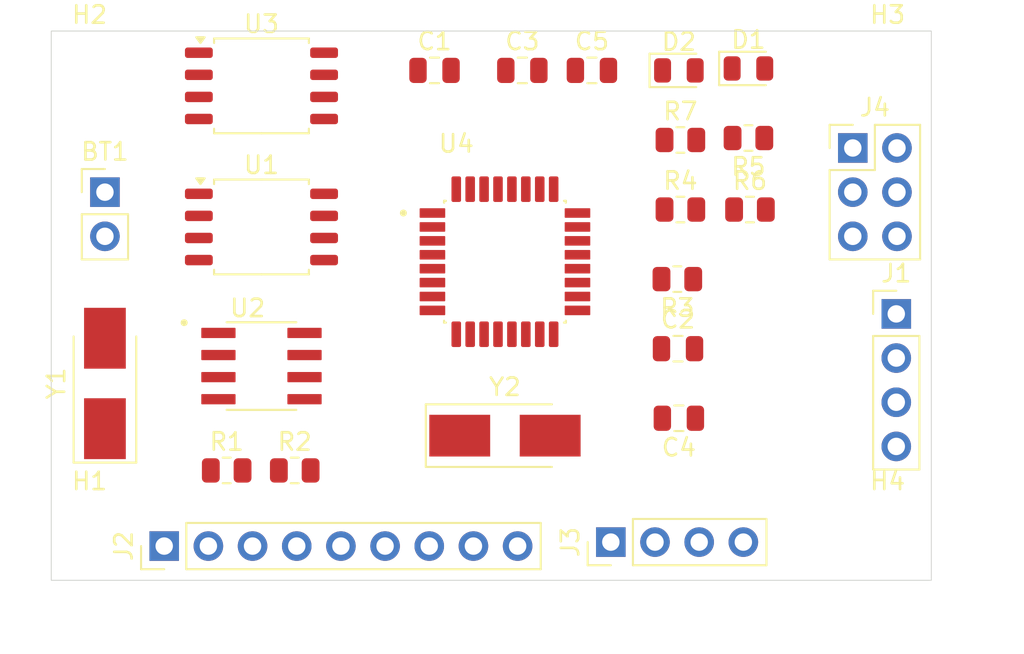
<source format=kicad_pcb>
(kicad_pcb (version 20240108) (generator "pcbnew") (generator_version "8.0")
  (title_block (date "2024-05-11"))
  (layers (0 "F.Cu" mixed) (31 "B.Cu" mixed) (34 "B.Paste" user) (35 "F.Paste" user) (36 "B.SilkS" user "B.Silkscreen") (37 "F.SilkS" user "F.Silkscreen") (38 "B.Mask" user) (39 "F.Mask" user) (44 "Edge.Cuts" user))
  (property "project" "MCU Data logger with memory and clock")
  (net 0 "")
  (net 1 "GND")
  (net 2 "Net-(BT1-+)")
  (net 3 "/VCC")
  (net 4 "Net-(U4-PB6)")
  (net 5 "Net-(U4-PB7)")
  (net 6 "Net-(U4-AREF)")
  (net 7 "/SCK")
  (net 8 "Net-(D1-K)")
  (net 9 "Net-(D2-K)")
  (net 10 "/SDA")
  (net 11 "/RX")
  (net 12 "/TX")
  (net 13 "/D3")
  (net 14 "/D5")
  (net 15 "/D4")
  (net 16 "/D7")
  (net 17 "/D6")
  (net 18 "/D2")
  (net 19 "/D8")
  (net 20 "/RESET")
  (net 21 "/MOSI")
  (net 22 "/MISO")
  (net 23 "Net-(U2-~{INTA})")
  (net 24 "Net-(U2-SQW{slash}~INT)")
  (net 25 "Net-(U2-X2)")
  (net 26 "Net-(U2-X1)")
  (footprint "Crystal:Crystal_SMD_5032-2Pin_5.0x3.2mm_HandSoldering" (layer "F.Cu") (at 82 73)
    (property "Reference" "Y2" (at 0 -2.8 0) (layer "F.SilkS"))
    (property "Value" "16 MHz")
    (fp_line (start -4.55 -1.8) (end -4.55 1.8) (stroke (width 0.12)) (layer "F.SilkS"))
    (fp_line (start -4.55 1.8) (end 2.7 1.8) (stroke (width 0.12)) (layer "F.SilkS"))
    (fp_line (start 2.7 -1.8) (end -4.55 -1.8) (stroke (width 0.12)) (layer "F.SilkS"))
    (pad "1" smd rect (at -2.6 0) (size 3.5 2.4) (layers "F.Cu" "F.Paste" "F.Mask") (net 5 "Net-(U4-PB7)"))
    (pad "2" smd rect (at 2.6 0) (size 3.5 2.4) (layers "F.Cu" "F.Paste" "F.Mask") (net 4 "Net-(U4-PB6)"))
  )
  (footprint "Connector_PinHeader_2.54mm:PinHeader_1x04_P2.54mm_Vertical" (layer "F.Cu") (at 104.5 66)
    (property "Reference" "J1" (at 0 -2.33 360) (layer "F.SilkS"))
    (property "Value" "Conn_01x04_Pin")
    (fp_line (start -1.33 -1.33) (end 0 -1.33) (stroke (width 0.12)) (layer "F.SilkS"))
    (fp_line (start -1.33 0) (end -1.33 -1.33) (stroke (width 0.12)) (layer "F.SilkS"))
    (fp_line (start -1.33 1.27) (end -1.33 8.95) (stroke (width 0.12)) (layer "F.SilkS"))
    (fp_line (start -1.33 1.27) (end 1.33 1.27) (stroke (width 0.12)) (layer "F.SilkS"))
    (fp_line (start -1.33 8.95) (end 1.33 8.95) (stroke (width 0.12)) (layer "F.SilkS"))
    (fp_line (start 1.33 1.27) (end 1.33 8.95) (stroke (width 0.12)) (layer "F.SilkS"))
    (pad "1" thru_hole rect (at 0 0) (size 1.7 1.7) (drill 1) (layers "*.Cu" "*.Mask") (net 1 "GND"))
    (pad "2" thru_hole oval (at 0 2.54) (size 1.7 1.7) (drill 1) (layers "*.Cu" "*.Mask") (net 3 "/VCC"))
    (pad "3" thru_hole oval (at 0 5.08) (size 1.7 1.7) (drill 1) (layers "*.Cu" "*.Mask") (net 10 "/SDA"))
    (pad "4" thru_hole oval (at 0 7.62) (size 1.7 1.7) (drill 1) (layers "*.Cu" "*.Mask") (net 7 "/SCK"))
  )
  (footprint "Connector_PinHeader_2.54mm:PinHeader_2x03_P2.54mm_Vertical" (layer "F.Cu") (at 102 56.46)
    (property "Reference" "J4" (at 1.27 -2.33 0) (layer "F.SilkS"))
    (property "Value" "Conn_02x03_Odd_Even")
    (fp_line (start -1.33 -1.33) (end 0 -1.33) (stroke (width 0.12)) (layer "F.SilkS"))
    (fp_line (start -1.33 0) (end -1.33 -1.33) (stroke (width 0.12)) (layer "F.SilkS"))
    (fp_line (start -1.33 1.27) (end -1.33 6.41) (stroke (width 0.12)) (layer "F.SilkS"))
    (fp_line (start -1.33 1.27) (end 1.27 1.27) (stroke (width 0.12)) (layer "F.SilkS"))
    (fp_line (start -1.33 6.41) (end 3.87 6.41) (stroke (width 0.12)) (layer "F.SilkS"))
    (fp_line (start 1.27 -1.33) (end 3.87 -1.33) (stroke (width 0.12)) (layer "F.SilkS"))
    (fp_line (start 1.27 1.27) (end 1.27 -1.33) (stroke (width 0.12)) (layer "F.SilkS"))
    (fp_line (start 3.87 -1.33) (end 3.87 6.41) (stroke (width 0.12)) (layer "F.SilkS"))
    (pad "1" thru_hole rect (at 0 0) (size 1.7 1.7) (drill 1) (layers "*.Cu" "*.Mask") (net 22 "/MISO"))
    (pad "2" thru_hole oval (at 2.54 0) (size 1.7 1.7) (drill 1) (layers "*.Cu" "*.Mask") (net 3 "/VCC"))
    (pad "3" thru_hole oval (at 0 2.54) (size 1.7 1.7) (drill 1) (layers "*.Cu" "*.Mask") (net 7 "/SCK"))
    (pad "4" thru_hole oval (at 2.54 2.54) (size 1.7 1.7) (drill 1) (layers "*.Cu" "*.Mask") (net 21 "/MOSI"))
    (pad "5" thru_hole oval (at 0 5.08) (size 1.7 1.7) (drill 1) (layers "*.Cu" "*.Mask") (net 20 "/RESET"))
    (pad "6" thru_hole oval (at 2.54 5.08) (size 1.7 1.7) (drill 1) (layers "*.Cu" "*.Mask") (net 1 "GND"))
  )
  (footprint "Package_SO:SOIC-8_5.23x5.23mm_P1.27mm" (layer "F.Cu") (at 68 61)
    (property "Reference" "U1" (at 0 -3.56 0) (layer "F.SilkS"))
    (property "Value" "24LC1025")
    (fp_line (start -2.725 -2.725) (end -2.725 -2.465) (stroke (width 0.12)) (layer "F.SilkS"))
    (fp_line (start -2.725 2.725) (end -2.725 2.465) (stroke (width 0.12)) (layer "F.SilkS"))
    (fp_line (start 0 -2.725) (end -2.725 -2.725) (stroke (width 0.12)) (layer "F.SilkS"))
    (fp_line (start 0 -2.725) (end 2.725 -2.725) (stroke (width 0.12)) (layer "F.SilkS"))
    (fp_line (start 0 2.725) (end -2.725 2.725) (stroke (width 0.12)) (layer "F.SilkS"))
    (fp_line (start 0 2.725) (end 2.725 2.725) (stroke (width 0.12)) (layer "F.SilkS"))
    (fp_line (start 2.725 -2.725) (end 2.725 -2.465) (stroke (width 0.12)) (layer "F.SilkS"))
    (fp_line (start 2.725 2.725) (end 2.725 2.465) (stroke (width 0.12)) (layer "F.SilkS"))
    (fp_poly (pts (xy -3.5075 -2.465) (xy -3.7475 -2.795) (xy -3.2675 -2.795) (xy -3.5075 -2.465)) (stroke (width 0.12)) (fill solid) (layer "F.SilkS"))
    (pad "1" smd roundrect (at -3.6 -1.905) (size 1.6 0.6) (layers "F.Cu" "F.Paste" "F.Mask") (net 3 "/VCC"))
    (pad "2" smd roundrect (at -3.6 -0.635) (size 1.6 0.6) (layers "F.Cu" "F.Paste" "F.Mask") (net 3 "/VCC"))
    (pad "3" smd roundrect (at -3.6 0.635) (size 1.6 0.6) (layers "F.Cu" "F.Paste" "F.Mask") (net 3 "/VCC"))
    (pad "4" smd roundrect (at -3.6 1.905) (size 1.6 0.6) (layers "F.Cu" "F.Paste" "F.Mask") (net 1 "GND"))
    (pad "5" smd roundrect (at 3.6 1.905) (size 1.6 0.6) (layers "F.Cu" "F.Paste" "F.Mask") (net 10 "/SDA"))
    (pad "6" smd roundrect (at 3.6 0.635) (size 1.6 0.6) (layers "F.Cu" "F.Paste" "F.Mask") (net 7 "/SCK"))
    (pad "7" smd roundrect (at 3.6 -0.635) (size 1.6 0.6) (layers "F.Cu" "F.Paste" "F.Mask") (net 1 "GND"))
    (pad "8" smd roundrect (at 3.6 -1.905) (size 1.6 0.6) (layers "F.Cu" "F.Paste" "F.Mask") (net 3 "/VCC"))
  )
  (footprint "Capacitor_SMD:C_0805_2012Metric" (layer "F.Cu") (at 87 52)
    (property "Reference" "C5" (at 0 -1.68 0) (layer "F.SilkS"))
    (property "Value" "100nF")
    (fp_line (start -0.261252 -0.735) (end 0.261252 -0.735) (stroke (width 0.12)) (layer "F.SilkS"))
    (fp_line (start -0.261252 0.735) (end 0.261252 0.735) (stroke (width 0.12)) (layer "F.SilkS"))
    (pad "1" smd roundrect (at -0.95 0) (size 1 1.45) (layers "F.Cu" "F.Paste" "F.Mask") (net 2 "Net-(BT1-+)"))
    (pad "2" smd roundrect (at 0.95 0) (size 1 1.45) (layers "F.Cu" "F.Paste" "F.Mask") (net 1 "GND"))
  )
  (footprint "customfootprints:QFP80P900X900X120-32N" (layer "F.Cu") (at 82 63)
    (property "Reference" "U4" (at -2.795 -6.79 0) (layer "F.SilkS"))
    (property "Value" "ATMEGA328P-AU")
    (fp_line (start -3.5 -3.5) (end -3.5 -3.395) (stroke (width 0.127)) (layer "F.SilkS"))
    (fp_line (start -3.5 -3.5) (end -3.395 -3.5) (stroke (width 0.127)) (layer "F.SilkS"))
    (fp_line (start -3.5 3.5) (end -3.5 3.395) (stroke (width 0.127)) (layer "F.SilkS"))
    (fp_line (start -3.5 3.5) (end -3.395 3.5) (stroke (width 0.127)) (layer "F.SilkS"))
    (fp_line (start 3.5 -3.5) (end 3.395 -3.5) (stroke (width 0.127)) (layer "F.SilkS"))
    (fp_line (start 3.5 -3.5) (end 3.5 -3.395) (stroke (width 0.127)) (layer "F.SilkS"))
    (fp_line (start 3.5 3.5) (end 3.395 3.5) (stroke (width 0.127)) (layer "F.SilkS"))
    (fp_line (start 3.5 3.5) (end 3.5 3.395) (stroke (width 0.127)) (layer "F.SilkS"))
    (fp_circle (center -5.84 -2.8) (end -5.74 -2.8) (stroke (width 0.2)) (fill none) (layer "F.SilkS"))
    (pad "1" smd roundrect (at -4.17 -2.8) (size 1.47 0.55) (layers "F.Cu" "F.Paste" "F.Mask") (roundrect_rratio 0.07) (net 13 "/D3"))
    (pad "2" smd roundrect (at -4.17 -2) (size 1.47 0.55) (layers "F.Cu" "F.Paste" "F.Mask") (roundrect_rratio 0.07) (net 15 "/D4"))
    (pad "3" smd roundrect (at -4.17 -1.2) (size 1.47 0.55) (layers "F.Cu" "F.Paste" "F.Mask") (roundrect_rratio 0.07) (net 1 "GND"))
    (pad "4" smd roundrect (at -4.17 -0.4) (size 1.47 0.55) (layers "F.Cu" "F.Paste" "F.Mask") (roundrect_rratio 0.07) (net 2 "Net-(BT1-+)"))
    (pad "5" smd roundrect (at -4.17 0.4) (size 1.47 0.55) (layers "F.Cu" "F.Paste" "F.Mask") (roundrect_rratio 0.07) (net 1 "GND"))
    (pad "6" smd roundrect (at -4.17 1.2) (size 1.47 0.55) (layers "F.Cu" "F.Paste" "F.Mask") (roundrect_rratio 0.07))
    (pad "7" smd roundrect (at -4.17 2) (size 1.47 0.55) (layers "F.Cu" "F.Paste" "F.Mask") (roundrect_rratio 0.07) (net 4 "Net-(U4-PB6)"))
    (pad "8" smd roundrect (at -4.17 2.8) (size 1.47 0.55) (layers "F.Cu" "F.Paste" "F.Mask") (roundrect_rratio 0.07) (net 5 "Net-(U4-PB7)"))
    (pad "9" smd roundrect (at -2.8 4.17) (size 0.55 1.47) (layers "F.Cu" "F.Paste" "F.Mask") (roundrect_rratio 0.18) (net 14 "/D5"))
    (pad "10" smd roundrect (at -2 4.17) (size 0.55 1.47) (layers "F.Cu" "F.Paste" "F.Mask") (roundrect_rratio 0.18) (net 17 "/D6"))
    (pad "11" smd roundrect (at -1.2 4.17) (size 0.55 1.47) (layers "F.Cu" "F.Paste" "F.Mask") (roundrect_rratio 0.18) (net 16 "/D7"))
    (pad "12" smd roundrect (at -0.4 4.17) (size 0.55 1.47) (layers "F.Cu" "F.Paste" "F.Mask") (roundrect_rratio 0.18) (net 19 "/D8"))
    (pad "13" smd roundrect (at 0.4 4.17) (size 0.55 1.47) (layers "F.Cu" "F.Paste" "F.Mask") (roundrect_rratio 0.18))
    (pad "14" smd roundrect (at 1.2 4.17) (size 0.55 1.47) (layers "F.Cu" "F.Paste" "F.Mask") (roundrect_rratio 0.18))
    (pad "15" smd roundrect (at 2 4.17) (size 0.55 1.47) (layers "F.Cu" "F.Paste" "F.Mask") (roundrect_rratio 0.18) (net 21 "/MOSI"))
    (pad "16" smd roundrect (at 2.8 4.17) (size 0.55 1.47) (layers "F.Cu" "F.Paste" "F.Mask") (roundrect_rratio 0.18) (net 22 "/MISO"))
    (pad "17" smd roundrect (at 4.17 2.8) (size 1.47 0.55) (layers "F.Cu" "F.Paste" "F.Mask") (roundrect_rratio 0.07) (net 7 "/SCK"))
    (pad "18" smd roundrect (at 4.17 2) (size 1.47 0.55) (layers "F.Cu" "F.Paste" "F.Mask") (roundrect_rratio 0.07) (net 2 "Net-(BT1-+)"))
    (pad "19" smd roundrect (at 4.17 1.2) (size 1.47 0.55) (layers "F.Cu" "F.Paste" "F.Mask") (roundrect_rratio 0.07))
    (pad "20" smd roundrect (at 4.17 0.4) (size 1.47 0.55) (layers "F.Cu" "F.Paste" "F.Mask") (roundrect_rratio 0.07) (net 6 "Net-(U4-AREF)"))
    (pad "21" smd roundrect (at 4.17 -0.4) (size 1.47 0.55) (layers "F.Cu" "F.Paste" "F.Mask") (roundrect_rratio 0.07) (net 1 "GND"))
    (pad "22" smd roundrect (at 4.17 -1.2) (size 1.47 0.55) (layers "F.Cu" "F.Paste" "F.Mask") (roundrect_rratio 0.07))
    (pad "23" smd roundrect (at 4.17 -2) (size 1.47 0.55) (layers "F.Cu" "F.Paste" "F.Mask") (roundrect_rratio 0.07))
    (pad "24" smd roundrect (at 4.17 -2.8) (size 1.47 0.55) (layers "F.Cu" "F.Paste" "F.Mask") (roundrect_rratio 0.07))
    (pad "25" smd roundrect (at 2.8 -4.17) (size 0.55 1.47) (layers "F.Cu" "F.Paste" "F.Mask") (roundrect_rratio 0.18))
    (pad "26" smd roundrect (at 2 -4.17) (size 0.55 1.47) (layers "F.Cu" "F.Paste" "F.Mask") (roundrect_rratio 0.18))
    (pad "27" smd roundrect (at 1.2 -4.17) (size 0.55 1.47) (layers "F.Cu" "F.Paste" "F.Mask") (roundrect_rratio 0.18) (net 10 "/SDA"))
    (pad "28" smd roundrect (at 0.4 -4.17) (size 0.55 1.47) (layers "F.Cu" "F.Paste" "F.Mask") (roundrect_rratio 0.18) (net 7 "/SCK"))
    (pad "29" smd roundrect (at -0.4 -4.17) (size 0.55 1.47) (layers "F.Cu" "F.Paste" "F.Mask") (roundrect_rratio 0.18) (net 20 "/RESET"))
    (pad "30" smd roundrect (at -1.2 -4.17) (size 0.55 1.47) (layers "F.Cu" "F.Paste" "F.Mask") (roundrect_rratio 0.18) (net 11 "/RX"))
    (pad "31" smd roundrect (at -2 -4.17) (size 0.55 1.47) (layers "F.Cu" "F.Paste" "F.Mask") (roundrect_rratio 0.18) (net 12 "/TX"))
    (pad "32" smd roundrect (at -2.8 -4.17) (size 0.55 1.47) (layers "F.Cu" "F.Paste" "F.Mask") (roundrect_rratio 0.18) (net 18 "/D2"))
  )
  (footprint "Resistor_SMD:R_0805_2012Metric" (layer "F.Cu") (at 92.0875 60)
    (property "Reference" "R4" (at 0 -1.65 0) (layer "F.SilkS"))
    (property "Value" "4.7K")
    (fp_line (start -0.227064 -0.735) (end 0.227064 -0.735) (stroke (width 0.12)) (layer "F.SilkS"))
    (fp_line (start -0.227064 0.735) (end 0.227064 0.735) (stroke (width 0.12)) (layer "F.SilkS"))
    (pad "1" smd roundrect (at -0.9125 0) (size 1.025 1.4) (layers "F.Cu" "F.Paste" "F.Mask") (roundrect_rratio 0.243902) (net 3 "/VCC"))
    (pad "2" smd roundrect (at 0.9125 0) (size 1.025 1.4) (layers "F.Cu" "F.Paste" "F.Mask") (roundrect_rratio 0.243902) (net 10 "/SDA"))
  )
  (footprint "Connector_PinHeader_2.54mm:PinHeader_1x02_P2.54mm_Vertical" (layer "F.Cu") (at 59 59)
    (property "Reference" "BT1" (at 0 -2.33 0) (layer "F.SilkS"))
    (property "Value" "Battery")
    (fp_line (start -1.33 -1.33) (end 0 -1.33) (stroke (width 0.12)) (layer "F.SilkS"))
    (fp_line (start -1.33 0) (end -1.33 -1.33) (stroke (width 0.12)) (layer "F.SilkS"))
    (fp_line (start -1.33 1.27) (end -1.33 3.87) (stroke (width 0.12)) (layer "F.SilkS"))
    (fp_line (start -1.33 1.27) (end 1.33 1.27) (stroke (width 0.12)) (layer "F.SilkS"))
    (fp_line (start -1.33 3.87) (end 1.33 3.87) (stroke (width 0.12)) (layer "F.SilkS"))
    (fp_line (start 1.33 1.27) (end 1.33 3.87) (stroke (width 0.12)) (layer "F.SilkS"))
    (pad "1" thru_hole rect (at 0 0) (size 1.7 1.7) (drill 1) (layers "*.Cu" "*.Mask") (net 2 "Net-(BT1-+)"))
    (pad "2" thru_hole oval (at 0 2.54) (size 1.7 1.7) (drill 1) (layers "*.Cu" "*.Mask") (net 1 "GND"))
  )
  (footprint "Capacitor_SMD:C_0805_2012Metric" (layer "F.Cu") (at 83 52)
    (property "Reference" "C3" (at 0 -1.68 0) (layer "F.SilkS"))
    (property "Value" "22 pF")
    (fp_line (start -0.261252 -0.735) (end 0.261252 -0.735) (stroke (width 0.12)) (layer "F.SilkS"))
    (fp_line (start -0.261252 0.735) (end 0.261252 0.735) (stroke (width 0.12)) (layer "F.SilkS"))
    (pad "1" smd roundrect (at -0.95 0) (size 1 1.45) (layers "F.Cu" "F.Paste" "F.Mask") (net 5 "Net-(U4-PB7)"))
    (pad "2" smd roundrect (at 0.95 0) (size 1 1.45) (layers "F.Cu" "F.Paste" "F.Mask") (net 1 "GND"))
  )
  (footprint "Crystal:Crystal_SMD_5032-2Pin_5.0x3.2mm_HandSoldering" (layer "F.Cu") (at 59 70 90)
    (property "Reference" "Y1" (at 0 -2.8 270) (layer "F.SilkS"))
    (property "Value" "32.768 KHz")
    (fp_line (start 2.7 -1.8) (end -4.55 -1.8) (stroke (width 0.12)) (layer "F.SilkS"))
    (fp_line (start -4.55 -1.8) (end -4.55 1.8) (stroke (width 0.12)) (layer "F.SilkS"))
    (fp_line (start -4.55 1.8) (end 2.7 1.8) (stroke (width 0.12)) (layer "F.SilkS"))
    (pad "1" smd rect (at -2.6 0 90) (size 3.5 2.4) (layers "F.Cu" "F.Paste" "F.Mask") (net 25 "Net-(U2-X2)"))
    (pad "2" smd rect (at 2.6 0 90) (size 3.5 2.4) (layers "F.Cu" "F.Paste" "F.Mask") (net 26 "Net-(U2-X1)"))
  )
  (footprint "MountingHole:MountingHole_2.1mm" (layer "F.Cu") (at 104 52)
    (property "Reference" "H3" (at 0 -3.2 0) (layer "F.SilkS"))
    (property "Value" "MountingHole")
    (pad "" np_thru_hole circle (at 0 0) (size 2.1 2.1) (drill 2.1) (layers "*.Cu" "*.Mask"))
  )
  (footprint "Resistor_SMD:R_0805_2012Metric" (layer "F.Cu") (at 66 75)
    (property "Reference" "R1" (at 0 -1.65 0) (layer "F.SilkS"))
    (property "Value" "10K")
    (fp_line (start -0.227064 -0.735) (end 0.227064 -0.735) (stroke (width 0.12)) (layer "F.SilkS"))
    (fp_line (start -0.227064 0.735) (end 0.227064 0.735) (stroke (width 0.12)) (layer "F.SilkS"))
    (pad "1" smd roundrect (at -0.9125 0) (size 1.025 1.4) (layers "F.Cu" "F.Paste" "F.Mask") (roundrect_rratio 0.243902) (net 3 "/VCC"))
    (pad "2" smd roundrect (at 0.9125 0) (size 1.025 1.4) (layers "F.Cu" "F.Paste" "F.Mask") (roundrect_rratio 0.243902) (net 23 "Net-(U2-~{INTA})"))
  )
  (footprint "Resistor_SMD:R_0805_2012Metric" (layer "F.Cu") (at 96 55.8886 180)
    (property "Reference" "R5" (at 0 -1.65 180) (layer "F.SilkS"))
    (property "Value" "330")
    (fp_line (start -0.227064 0.735) (end 0.227064 0.735) (stroke (width 0.12)) (layer "F.SilkS"))
    (fp_line (start -0.227064 -0.735) (end 0.227064 -0.735) (stroke (width 0.12)) (layer "F.SilkS"))
    (pad "1" smd roundrect (at -0.9125 0 180) (size 1.025 1.4) (layers "F.Cu" "F.Paste" "F.Mask") (roundrect_rratio 0.243902) (net 1 "GND"))
    (pad "2" smd roundrect (at 0.9125 0 180) (size 1.025 1.4) (layers "F.Cu" "F.Paste" "F.Mask") (roundrect_rratio 0.243902) (net 8 "Net-(D1-K)"))
  )
  (footprint "customfootprints:SOIC127P600X175-8N" (layer "F.Cu") (at 68 69)
    (property "Reference" "U2" (at -0.795 -3.332 0) (layer "F.SilkS"))
    (property "Value" "DS1337S_")
    (fp_line (start -2 -2.52) (end 2 -2.52) (stroke (width 0.127)) (layer "F.SilkS"))
    (fp_line (start -2 2.52) (end 2 2.52) (stroke (width 0.127)) (layer "F.SilkS"))
    (fp_circle (center -4.445 -2.495) (end -4.345 -2.495) (stroke (width 0.2)) (fill none) (layer "F.SilkS"))
    (pad "1" smd roundrect (at -2.475 -1.905) (size 1.97 0.59) (layers "F.Cu" "F.Paste" "F.Mask") (roundrect_rratio 0.07) (net 26 "Net-(U2-X1)"))
    (pad "2" smd roundrect (at -2.475 -0.635) (size 1.97 0.59) (layers "F.Cu" "F.Paste" "F.Mask") (roundrect_rratio 0.07) (net 25 "Net-(U2-X2)"))
    (pad "3" smd roundrect (at -2.475 0.635) (size 1.97 0.59) (layers "F.Cu" "F.Paste" "F.Mask") (roundrect_rratio 0.07) (net 23 "Net-(U2-~{INTA})"))
    (pad "4" smd roundrect (at -2.475 1.905) (size 1.97 0.59) (layers "F.Cu" "F.Paste" "F.Mask") (roundrect_rratio 0.07) (net 1 "GND"))
    (pad "5" smd roundrect (at 2.475 1.905) (size 1.97 0.59) (layers "F.Cu" "F.Paste" "F.Mask") (roundrect_rratio 0.07) (net 10 "/SDA"))
    (pad "6" smd roundrect (at 2.475 0.635) (size 1.97 0.59) (layers "F.Cu" "F.Paste" "F.Mask") (roundrect_rratio 0.07) (net 7 "/SCK"))
    (pad "7" smd roundrect (at 2.475 -0.635) (size 1.97 0.59) (layers "F.Cu" "F.Paste" "F.Mask") (roundrect_rratio 0.07) (net 24 "Net-(U2-SQW{slash}~INT)"))
    (pad "8" smd roundrect (at 2.475 -1.905) (size 1.97 0.59) (layers "F.Cu" "F.Paste" "F.Mask") (roundrect_rratio 0.07) (net 3 "/VCC"))
  )
  (footprint "MountingHole:MountingHole_2.1mm" (layer "F.Cu") (at 58.1152 78.8162)
    (property "Reference" "H1" (at 0 -3.2 0) (layer "F.SilkS"))
    (property "Value" "MountingHole")
    (pad "" np_thru_hole circle (at 0 0) (size 2.1 2.1) (drill 2.1) (layers "*.Cu" "*.Mask"))
  )
  (footprint "Resistor_SMD:R_0805_2012Metric" (layer "F.Cu") (at 69.9125 75)
    (property "Reference" "R2" (at 0 -1.65 0) (layer "F.SilkS"))
    (property "Value" "10K")
    (fp_line (start -0.227064 -0.735) (end 0.227064 -0.735) (stroke (width 0.12)) (layer "F.SilkS"))
    (fp_line (start -0.227064 0.735) (end 0.227064 0.735) (stroke (width 0.12)) (layer "F.SilkS"))
    (pad "1" smd roundrect (at -0.9125 0) (size 1.025 1.4) (layers "F.Cu" "F.Paste" "F.Mask") (roundrect_rratio 0.243902) (net 3 "/VCC"))
    (pad "2" smd roundrect (at 0.9125 0) (size 1.025 1.4) (layers "F.Cu" "F.Paste" "F.Mask") (roundrect_rratio 0.243902) (net 24 "Net-(U2-SQW{slash}~INT)"))
  )
  (footprint "Connector_PinHeader_2.54mm:PinHeader_1x09_P2.54mm_Vertical" (layer "F.Cu") (at 62.4078 79.3496 90)
    (property "Reference" "J2" (at 0 -2.33 270) (layer "F.SilkS"))
    (property "Value" "Conn_01x09_Pin")
    (fp_line (start -1.33 -1.33) (end 0 -1.33) (stroke (width 0.12)) (layer "F.SilkS"))
    (fp_line (start -1.33 0) (end -1.33 -1.33) (stroke (width 0.12)) (layer "F.SilkS"))
    (fp_line (start 1.33 1.27) (end 1.33 21.65) (stroke (width 0.12)) (layer "F.SilkS"))
    (fp_line (start -1.33 1.27) (end 1.33 1.27) (stroke (width 0.12)) (layer "F.SilkS"))
    (fp_line (start -1.33 1.27) (end -1.33 21.65) (stroke (width 0.12)) (layer "F.SilkS"))
    (fp_line (start -1.33 21.65) (end 1.33 21.65) (stroke (width 0.12)) (layer "F.SilkS"))
    (pad "1" thru_hole rect (at 0 0 90) (size 1.7 1.7) (drill 1) (layers "*.Cu" "*.Mask") (net 18 "/D2"))
    (pad "2" thru_hole oval (at 0 2.54 90) (size 1.7 1.7) (drill 1) (layers "*.Cu" "*.Mask") (net 13 "/D3"))
    (pad "3" thru_hole oval (at 0 5.08 90) (size 1.7 1.7) (drill 1) (layers "*.Cu" "*.Mask") (net 15 "/D4"))
    (pad "4" thru_hole oval (at 0 7.62 90) (size 1.7 1.7) (drill 1) (layers "*.Cu" "*.Mask") (net 14 "/D5"))
    (pad "5" thru_hole oval (at 0 10.16 90) (size 1.7 1.7) (drill 1) (layers "*.Cu" "*.Mask") (net 17 "/D6"))
    (pad "6" thru_hole oval (at 0 12.7 90) (size 1.7 1.7) (drill 1) (layers "*.Cu" "*.Mask") (net 16 "/D7"))
    (pad "7" thru_hole oval (at 0 15.24 90) (size 1.7 1.7) (drill 1) (layers "*.Cu" "*.Mask") (net 19 "/D8"))
    (pad "8" thru_hole oval (at 0 17.78 90) (size 1.7 1.7) (drill 1) (layers "*.Cu" "*.Mask") (net 1 "GND"))
    (pad "9" thru_hole oval (at 0 20.32 90) (size 1.7 1.7) (drill 1) (layers "*.Cu" "*.Mask") (net 3 "/VCC"))
  )
  (footprint "Connector_PinHeader_2.54mm:PinHeader_1x04_P2.54mm_Vertical" (layer "F.Cu") (at 88.0872 79.121 90)
    (property "Reference" "J3" (at 0 -2.33 270) (layer "F.SilkS"))
    (property "Value" "Conn_01x04_Pin")
    (fp_line (start -1.33 -1.33) (end 0 -1.33) (stroke (width 0.12)) (layer "F.SilkS"))
    (fp_line (start -1.33 0) (end -1.33 -1.33) (stroke (width 0.12)) (layer "F.SilkS"))
    (fp_line (start 1.33 1.27) (end 1.33 8.95) (stroke (width 0.12)) (layer "F.SilkS"))
    (fp_line (start -1.33 1.27) (end 1.33 1.27) (stroke (width 0.12)) (layer "F.SilkS"))
    (fp_line (start -1.33 1.27) (end -1.33 8.95) (stroke (width 0.12)) (layer "F.SilkS"))
    (fp_line (start -1.33 8.95) (end 1.33 8.95) (stroke (width 0.12)) (layer "F.SilkS"))
    (pad "1" thru_hole rect (at 0 0 90) (size 1.7 1.7) (drill 1) (layers "*.Cu" "*.Mask") (net 1 "GND"))
    (pad "2" thru_hole oval (at 0 2.54 90) (size 1.7 1.7) (drill 1) (layers "*.Cu" "*.Mask") (net 3 "/VCC"))
    (pad "3" thru_hole oval (at 0 5.08 90) (size 1.7 1.7) (drill 1) (layers "*.Cu" "*.Mask") (net 11 "/RX"))
    (pad "4" thru_hole oval (at 0 7.62 90) (size 1.7 1.7) (drill 1) (layers "*.Cu" "*.Mask") (net 12 "/TX"))
  )
  (footprint "MountingHole:MountingHole_2.1mm" (layer "F.Cu") (at 104 78.8162)
    (property "Reference" "H4" (at 0 -3.2 0) (layer "F.SilkS"))
    (property "Value" "MountingHole")
    (pad "" np_thru_hole circle (at 0 0) (size 2.1 2.1) (drill 2.1) (layers "*.Cu" "*.Mask"))
  )
  (footprint "LED_SMD:LED_0805_2012Metric" (layer "F.Cu") (at 96 51.8886)
    (property "Reference" "D1" (at 0 -1.65 0) (layer "F.SilkS"))
    (property "Value" "LED")
    (fp_line (start -1.685 -0.96) (end -1.685 0.96) (stroke (width 0.12)) (layer "F.SilkS"))
    (fp_line (start -1.685 0.96) (end 1 0.96) (stroke (width 0.12)) (layer "F.SilkS"))
    (fp_line (start 1 -0.96) (end -1.685 -0.96) (stroke (width 0.12)) (layer "F.SilkS"))
    (pad "1" smd roundrect (at -0.9375 0) (size 0.975 1.4) (layers "F.Cu" "F.Paste" "F.Mask") (net 8 "Net-(D1-K)"))
    (pad "2" smd roundrect (at 0.9375 0) (size 0.975 1.4) (layers "F.Cu" "F.Paste" "F.Mask") (net 7 "/SCK"))
  )
  (footprint "Resistor_SMD:R_0805_2012Metric" (layer "F.Cu") (at 92.0875 56)
    (property "Reference" "R7" (at 0 -1.65 0) (layer "F.SilkS"))
    (property "Value" "330")
    (fp_line (start -0.227064 -0.735) (end 0.227064 -0.735) (stroke (width 0.12)) (layer "F.SilkS"))
    (fp_line (start -0.227064 0.735) (end 0.227064 0.735) (stroke (width 0.12)) (layer "F.SilkS"))
    (pad "1" smd roundrect (at -0.9125 0) (size 1.025 1.4) (layers "F.Cu" "F.Paste" "F.Mask") (roundrect_rratio 0.243902) (net 9 "Net-(D2-K)"))
    (pad "2" smd roundrect (at 0.9125 0) (size 1.025 1.4) (layers "F.Cu" "F.Paste" "F.Mask") (roundrect_rratio 0.243902) (net 1 "GND"))
  )
  (footprint "Capacitor_SMD:C_0805_2012Metric" (layer "F.Cu") (at 77.95 52)
    (property "Reference" "C1" (at 0 -1.68 0) (layer "F.SilkS"))
    (property "Value" "0.1 uF")
    (fp_line (start -0.261252 -0.735) (end 0.261252 -0.735) (stroke (width 0.12)) (layer "F.SilkS"))
    (fp_line (start -0.261252 0.735) (end 0.261252 0.735) (stroke (width 0.12)) (layer "F.SilkS"))
    (pad "1" smd roundrect (at -0.95 0) (size 1 1.45) (layers "F.Cu" "F.Paste" "F.Mask") (net 3 "/VCC"))
    (pad "2" smd roundrect (at 0.95 0) (size 1 1.45) (layers "F.Cu" "F.Paste" "F.Mask") (net 1 "GND"))
  )
  (footprint "Capacitor_SMD:C_0805_2012Metric" (layer "F.Cu") (at 91.95 68)
    (property "Reference" "C2" (at 0 -1.68 0) (layer "F.SilkS"))
    (property "Value" "22 pF")
    (fp_line (start -0.261252 -0.735) (end 0.261252 -0.735) (stroke (width 0.12)) (layer "F.SilkS"))
    (fp_line (start -0.261252 0.735) (end 0.261252 0.735) (stroke (width 0.12)) (layer "F.SilkS"))
    (pad "1" smd roundrect (at -0.95 0) (size 1 1.45) (layers "F.Cu" "F.Paste" "F.Mask") (net 4 "Net-(U4-PB6)"))
    (pad "2" smd roundrect (at 0.95 0) (size 1 1.45) (layers "F.Cu" "F.Paste" "F.Mask") (net 1 "GND"))
  )
  (footprint "MountingHole:MountingHole_2.1mm" (layer "F.Cu") (at 58.1152 52)
    (property "Reference" "H2" (at 0 -3.2 0) (layer "F.SilkS"))
    (property "Value" "MountingHole")
    (pad "" np_thru_hole circle (at 0 0) (size 2.1 2.1) (drill 2.1) (layers "*.Cu" "*.Mask"))
  )
  (footprint "Resistor_SMD:R_0805_2012Metric" (layer "F.Cu") (at 91.9125 64 180)
    (property "Reference" "R3" (at 0 -1.65 180) (layer "F.SilkS"))
    (property "Value" "4.7K")
    (fp_line (start -0.227064 0.735) (end 0.227064 0.735) (stroke (width 0.12)) (layer "F.SilkS"))
    (fp_line (start -0.227064 -0.735) (end 0.227064 -0.735) (stroke (width 0.12)) (layer "F.SilkS"))
    (pad "1" smd roundrect (at -0.9125 0 180) (size 1.025 1.4) (layers "F.Cu" "F.Paste" "F.Mask") (roundrect_rratio 0.243902) (net 3 "/VCC"))
    (pad "2" smd roundrect (at 0.9125 0 180) (size 1.025 1.4) (layers "F.Cu" "F.Paste" "F.Mask") (roundrect_rratio 0.243902) (net 7 "/SCK"))
  )
  (footprint "Package_SO:SOIC-8_5.23x5.23mm_P1.27mm" (layer "F.Cu") (at 68 52.8886)
    (property "Reference" "U3" (at 0 -3.56 0) (layer "F.SilkS"))
    (property "Value" "24LC1025")
    (fp_line (start -2.725 -2.725) (end -2.725 -2.465) (stroke (width 0.12)) (layer "F.SilkS"))
    (fp_line (start -2.725 2.725) (end -2.725 2.465) (stroke (width 0.12)) (layer "F.SilkS"))
    (fp_line (start 0 -2.725) (end -2.725 -2.725) (stroke (width 0.12)) (layer "F.SilkS"))
    (fp_line (start 0 -2.725) (end 2.725 -2.725) (stroke (width 0.12)) (layer "F.SilkS"))
    (fp_line (start 0 2.725) (end -2.725 2.725) (stroke (width 0.12)) (layer "F.SilkS"))
    (fp_line (start 0 2.725) (end 2.725 2.725) (stroke (width 0.12)) (layer "F.SilkS"))
    (fp_line (start 2.725 -2.725) (end 2.725 -2.465) (stroke (width 0.12)) (layer "F.SilkS"))
    (fp_line (start 2.725 2.725) (end 2.725 2.465) (stroke (width 0.12)) (layer "F.SilkS"))
    (fp_poly (pts (xy -3.5075 -2.465) (xy -3.7475 -2.795) (xy -3.2675 -2.795) (xy -3.5075 -2.465)) (stroke (width 0.12)) (fill solid) (layer "F.SilkS"))
    (pad "1" smd roundrect (at -3.6 -1.905) (size 1.6 0.6) (layers "F.Cu" "F.Paste" "F.Mask") (net 3 "/VCC"))
    (pad "2" smd roundrect (at -3.6 -0.635) (size 1.6 0.6) (layers "F.Cu" "F.Paste" "F.Mask") (net 1 "GND"))
    (pad "3" smd roundrect (at -3.6 0.635) (size 1.6 0.6) (layers "F.Cu" "F.Paste" "F.Mask") (net 3 "/VCC"))
    (pad "4" smd roundrect (at -3.6 1.905) (size 1.6 0.6) (layers "F.Cu" "F.Paste" "F.Mask") (net 1 "GND"))
    (pad "5" smd roundrect (at 3.6 1.905) (size 1.6 0.6) (layers "F.Cu" "F.Paste" "F.Mask") (net 10 "/SDA"))
    (pad "6" smd roundrect (at 3.6 0.635) (size 1.6 0.6) (layers "F.Cu" "F.Paste" "F.Mask") (net 7 "/SCK"))
    (pad "7" smd roundrect (at 3.6 -0.635) (size 1.6 0.6) (layers "F.Cu" "F.Paste" "F.Mask") (net 1 "GND"))
    (pad "8" smd roundrect (at 3.6 -1.905) (size 1.6 0.6) (layers "F.Cu" "F.Paste" "F.Mask") (net 3 "/VCC"))
  )
  (footprint "Capacitor_SMD:C_0805_2012Metric" (layer "F.Cu") (at 92 72 180)
    (property "Reference" "C4" (at 0 -1.68 180) (layer "F.SilkS"))
    (property "Value" "0.1 uF")
    (fp_line (start -0.261252 0.735) (end 0.261252 0.735) (stroke (width 0.12)) (layer "F.SilkS"))
    (fp_line (start -0.261252 -0.735) (end 0.261252 -0.735) (stroke (width 0.12)) (layer "F.SilkS"))
    (pad "1" smd roundrect (at -0.95 0 180) (size 1 1.45) (layers "F.Cu" "F.Paste" "F.Mask") (net 1 "GND"))
    (pad "2" smd roundrect (at 0.95 0 180) (size 1 1.45) (layers "F.Cu" "F.Paste" "F.Mask") (net 6 "Net-(U4-AREF)"))
  )
  (footprint "LED_SMD:LED_0805_2012Metric" (layer "F.Cu") (at 92 52)
    (property "Reference" "D2" (at 0 -1.65 0) (layer "F.SilkS"))
    (property "Value" "LED")
    (fp_line (start -1.685 -0.96) (end -1.685 0.96) (stroke (width 0.12)) (layer "F.SilkS"))
    (fp_line (start -1.685 0.96) (end 1 0.96) (stroke (width 0.12)) (layer "F.SilkS"))
    (fp_line (start 1 -0.96) (end -1.685 -0.96) (stroke (width 0.12)) (layer "F.SilkS"))
    (pad "1" smd roundrect (at -0.9375 0) (size 0.975 1.4) (layers "F.Cu" "F.Paste" "F.Mask") (net 9 "Net-(D2-K)"))
    (pad "2" smd roundrect (at 0.9375 0) (size 0.975 1.4) (layers "F.Cu" "F.Paste" "F.Mask") (net 2 "Net-(BT1-+)"))
  )
  (footprint "Resistor_SMD:R_0805_2012Metric" (layer "F.Cu") (at 96.0875 60)
    (property "Reference" "R6" (at 0 -1.65 0) (layer "F.SilkS"))
    (property "Value" "10K")
    (fp_line (start -0.227064 -0.735) (end 0.227064 -0.735) (stroke (width 0.12)) (layer "F.SilkS"))
    (fp_line (start -0.227064 0.735) (end 0.227064 0.735) (stroke (width 0.12)) (layer "F.SilkS"))
    (pad "1" smd roundrect (at -0.9125 0) (size 1.025 1.4) (layers "F.Cu" "F.Paste" "F.Mask") (roundrect_rratio 0.243902) (net 3 "/VCC"))
    (pad "2" smd roundrect (at 0.9125 0) (size 1.025 1.4) (layers "F.Cu" "F.Paste" "F.Mask") (roundrect_rratio 0.243902) (net 20 "/RESET"))
  )
  (gr_rect (start 55.9144 49.7366) (end 106.5152 81.3182) (stroke (width 0.05)) (fill none) (layer "Edge.Cuts"))
)
</source>
